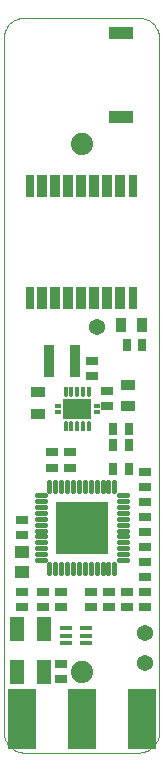
<source format=gts>
G75*
G70*
%OFA0B0*%
%FSLAX24Y24*%
%IPPOS*%
%LPD*%
%AMOC8*
5,1,8,0,0,1.08239X$1,22.5*
%
%ADD10C,0.0000*%
%ADD11R,0.1740X0.1740*%
%ADD12C,0.0158*%
%ADD13R,0.0355X0.0749*%
%ADD14R,0.0316X0.0749*%
%ADD15R,0.0827X0.0434*%
%ADD16C,0.0740*%
%ADD17C,0.0138*%
%ADD18R,0.0236X0.0118*%
%ADD19R,0.0965X0.0669*%
%ADD20R,0.0138X0.0299*%
%ADD21R,0.0316X0.0394*%
%ADD22R,0.0394X0.0316*%
%ADD23R,0.0355X0.1103*%
%ADD24R,0.0512X0.0355*%
%ADD25R,0.0434X0.0178*%
%ADD26R,0.0940X0.2040*%
%ADD27C,0.0540*%
%ADD28R,0.0473X0.0788*%
%ADD29R,0.0473X0.0434*%
%ADD30R,0.0355X0.0512*%
D10*
X000933Y004437D02*
X000933Y027560D01*
X000935Y027611D01*
X000941Y027662D01*
X000950Y027713D01*
X000964Y027762D01*
X000980Y027811D01*
X001001Y027858D01*
X001025Y027904D01*
X001052Y027947D01*
X001083Y027988D01*
X001116Y028027D01*
X001153Y028064D01*
X001192Y028097D01*
X001233Y028128D01*
X001276Y028155D01*
X001322Y028179D01*
X001369Y028200D01*
X001418Y028216D01*
X001467Y028230D01*
X001518Y028239D01*
X001569Y028245D01*
X001620Y028247D01*
X005417Y028247D01*
X005468Y028245D01*
X005519Y028239D01*
X005570Y028230D01*
X005619Y028216D01*
X005668Y028200D01*
X005715Y028179D01*
X005761Y028155D01*
X005804Y028128D01*
X005845Y028097D01*
X005884Y028064D01*
X005921Y028027D01*
X005954Y027988D01*
X005985Y027947D01*
X006012Y027904D01*
X006036Y027858D01*
X006057Y027811D01*
X006073Y027762D01*
X006087Y027713D01*
X006096Y027662D01*
X006102Y027611D01*
X006104Y027560D01*
X006103Y027560D02*
X006103Y004437D01*
X006104Y004437D02*
X006102Y004386D01*
X006096Y004335D01*
X006087Y004284D01*
X006073Y004235D01*
X006057Y004186D01*
X006036Y004139D01*
X006012Y004094D01*
X005985Y004050D01*
X005954Y004009D01*
X005921Y003970D01*
X005884Y003933D01*
X005845Y003900D01*
X005804Y003869D01*
X005761Y003842D01*
X005715Y003818D01*
X005668Y003797D01*
X005619Y003781D01*
X005570Y003767D01*
X005519Y003758D01*
X005468Y003752D01*
X005417Y003750D01*
X005417Y003751D02*
X001620Y003751D01*
X001620Y003750D02*
X001569Y003752D01*
X001518Y003758D01*
X001467Y003767D01*
X001418Y003781D01*
X001369Y003797D01*
X001322Y003818D01*
X001276Y003842D01*
X001233Y003869D01*
X001192Y003900D01*
X001153Y003933D01*
X001116Y003970D01*
X001083Y004009D01*
X001052Y004050D01*
X001025Y004094D01*
X001001Y004139D01*
X000980Y004186D01*
X000964Y004235D01*
X000950Y004284D01*
X000941Y004335D01*
X000935Y004386D01*
X000933Y004437D01*
D11*
X003533Y011251D03*
D12*
X003435Y012479D02*
X003435Y012761D01*
X003238Y012761D02*
X003238Y012479D01*
X003041Y012479D02*
X003041Y012761D01*
X002844Y012761D02*
X002844Y012479D01*
X002648Y012479D02*
X002648Y012761D01*
X002451Y012761D02*
X002451Y012479D01*
X002305Y012333D02*
X002023Y012333D01*
X002023Y012136D02*
X002305Y012136D01*
X002305Y011940D02*
X002023Y011940D01*
X002023Y011743D02*
X002305Y011743D01*
X002305Y011546D02*
X002023Y011546D01*
X002023Y011349D02*
X002305Y011349D01*
X002305Y011152D02*
X002023Y011152D01*
X002023Y010955D02*
X002305Y010955D01*
X002305Y010759D02*
X002023Y010759D01*
X002023Y010562D02*
X002305Y010562D01*
X002305Y010365D02*
X002023Y010365D01*
X002023Y010168D02*
X002305Y010168D01*
X002451Y010023D02*
X002451Y009741D01*
X002648Y009741D02*
X002648Y010023D01*
X002844Y010023D02*
X002844Y009741D01*
X003041Y009741D02*
X003041Y010023D01*
X003238Y010023D02*
X003238Y009741D01*
X003435Y009741D02*
X003435Y010023D01*
X003632Y010023D02*
X003632Y009741D01*
X003829Y009741D02*
X003829Y010023D01*
X004025Y010023D02*
X004025Y009741D01*
X004222Y009741D02*
X004222Y010023D01*
X004419Y010023D02*
X004419Y009741D01*
X004616Y009741D02*
X004616Y010023D01*
X004761Y010168D02*
X005043Y010168D01*
X005043Y010365D02*
X004761Y010365D01*
X004761Y010562D02*
X005043Y010562D01*
X005043Y010759D02*
X004761Y010759D01*
X004761Y010955D02*
X005043Y010955D01*
X005043Y011152D02*
X004761Y011152D01*
X004761Y011349D02*
X005043Y011349D01*
X005043Y011546D02*
X004761Y011546D01*
X004761Y011743D02*
X005043Y011743D01*
X005043Y011940D02*
X004761Y011940D01*
X004761Y012136D02*
X005043Y012136D01*
X005043Y012333D02*
X004761Y012333D01*
X004616Y012479D02*
X004616Y012761D01*
X004419Y012761D02*
X004419Y012479D01*
X004222Y012479D02*
X004222Y012761D01*
X004025Y012761D02*
X004025Y012479D01*
X003829Y012479D02*
X003829Y012761D01*
X003632Y012761D02*
X003632Y012479D01*
D13*
X003514Y018902D03*
X003081Y018902D03*
X002648Y018902D03*
X002214Y018902D03*
X002214Y022642D03*
X002648Y022642D03*
X003081Y022642D03*
X003514Y022642D03*
X003947Y022642D03*
X004380Y022642D03*
X004813Y022642D03*
X004813Y018902D03*
X004380Y018902D03*
X003947Y018902D03*
D14*
X005226Y018902D03*
X005226Y022642D03*
X001801Y022642D03*
X001801Y018902D03*
D15*
X004833Y024951D03*
X004833Y027746D03*
D16*
X003533Y024051D03*
X003533Y006451D03*
D17*
X003580Y014742D03*
X003383Y014742D03*
X003186Y014742D03*
X002990Y014742D03*
X002990Y015659D03*
X003186Y015659D03*
X003383Y015659D03*
X003580Y015659D03*
X003777Y015659D03*
X003777Y014742D03*
D18*
X004023Y015092D03*
X004023Y015309D03*
X002744Y015309D03*
X002744Y015092D03*
D19*
X003383Y015201D03*
D20*
X003383Y015809D03*
X003580Y015809D03*
X003777Y015809D03*
X003777Y014592D03*
X003580Y014592D03*
X003383Y014592D03*
X003186Y014592D03*
X002990Y014592D03*
X002990Y015809D03*
X003186Y015809D03*
D21*
X004577Y014551D03*
X004577Y014001D03*
X004577Y013201D03*
X005089Y013201D03*
X005089Y014001D03*
X005089Y014551D03*
X005027Y017351D03*
X005539Y017351D03*
D22*
X005633Y013107D03*
X005633Y012595D03*
X005633Y012107D03*
X005633Y011595D03*
X005633Y011107D03*
X005633Y010595D03*
X005633Y010107D03*
X005633Y009595D03*
X005633Y009107D03*
X005633Y008595D03*
X005033Y008595D03*
X005033Y009107D03*
X004433Y009107D03*
X004433Y008595D03*
X003833Y008595D03*
X003833Y009107D03*
X002833Y009107D03*
X002833Y008595D03*
X002833Y006707D03*
X002833Y006195D03*
X002233Y008595D03*
X002233Y009107D03*
X001533Y009107D03*
X001533Y008595D03*
X001533Y010995D03*
X001533Y011507D03*
X002533Y013245D03*
X002533Y013757D03*
X003133Y013757D03*
X003133Y013245D03*
X003883Y016295D03*
X003883Y016807D03*
X004383Y015807D03*
X004383Y015295D03*
D23*
X003316Y016801D03*
X002450Y016801D03*
D24*
X002083Y015755D03*
X002083Y015046D03*
X005083Y015296D03*
X005083Y016005D03*
D25*
X003678Y007907D03*
X003678Y007651D03*
X003678Y007395D03*
X002989Y007395D03*
X002989Y007651D03*
X002989Y007907D03*
D26*
X003533Y004861D03*
X005523Y004861D03*
X001543Y004861D03*
D27*
X004033Y017951D03*
X005633Y007751D03*
X005633Y006751D03*
D28*
X002286Y006422D03*
X002286Y007879D03*
X001381Y007879D03*
X001381Y006422D03*
D29*
X001533Y009766D03*
X001533Y010435D03*
D30*
X004829Y018001D03*
X005538Y018001D03*
M02*

</source>
